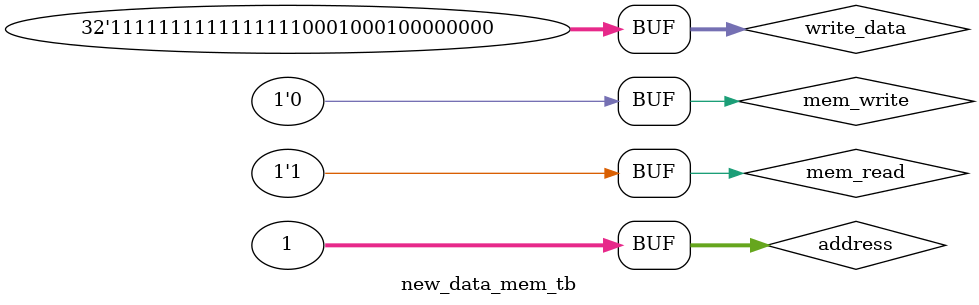
<source format=v>
module new_data_mem_tb();
  
  reg mem_read,mem_write;
  reg [31:0] address,write_data;
  wire [31:0] out_data;
  
  data_mem main_data_mem(mem_read,mem_write,address,write_data,out_data);
  
  initial
  begin
    address=32'd1;
    write_data=32'hffff1100;
    mem_read=0;
    mem_write=1;
    
    #2
    mem_read=1;
    mem_write=0;
  end
  
endmodule
  
  

</source>
